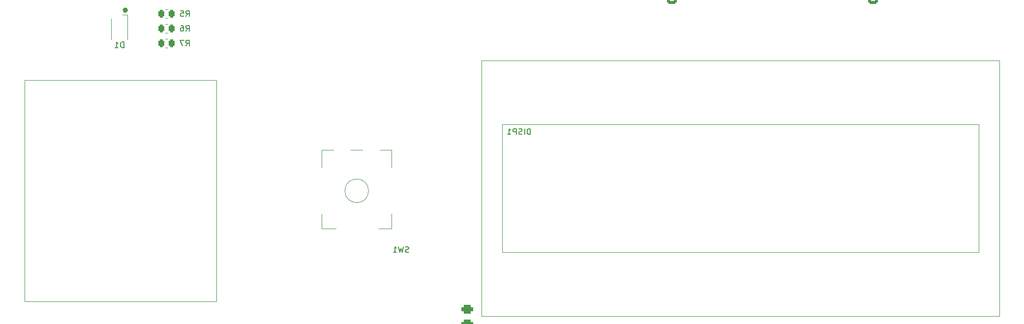
<source format=gbo>
G04 #@! TF.GenerationSoftware,KiCad,Pcbnew,8.0.8*
G04 #@! TF.CreationDate,2025-01-19T09:56:13-08:00*
G04 #@! TF.ProjectId,Control,436f6e74-726f-46c2-9e6b-696361645f70,2.1*
G04 #@! TF.SameCoordinates,Original*
G04 #@! TF.FileFunction,Legend,Bot*
G04 #@! TF.FilePolarity,Positive*
%FSLAX46Y46*%
G04 Gerber Fmt 4.6, Leading zero omitted, Abs format (unit mm)*
G04 Created by KiCad (PCBNEW 8.0.8) date 2025-01-19 09:56:13*
%MOMM*%
%LPD*%
G01*
G04 APERTURE LIST*
G04 Aperture macros list*
%AMRoundRect*
0 Rectangle with rounded corners*
0 $1 Rounding radius*
0 $2 $3 $4 $5 $6 $7 $8 $9 X,Y pos of 4 corners*
0 Add a 4 corners polygon primitive as box body*
4,1,4,$2,$3,$4,$5,$6,$7,$8,$9,$2,$3,0*
0 Add four circle primitives for the rounded corners*
1,1,$1+$1,$2,$3*
1,1,$1+$1,$4,$5*
1,1,$1+$1,$6,$7*
1,1,$1+$1,$8,$9*
0 Add four rect primitives between the rounded corners*
20,1,$1+$1,$2,$3,$4,$5,0*
20,1,$1+$1,$4,$5,$6,$7,0*
20,1,$1+$1,$6,$7,$8,$9,0*
20,1,$1+$1,$8,$9,$2,$3,0*%
G04 Aperture macros list end*
%ADD10C,0.120000*%
%ADD11C,0.500000*%
%ADD12C,0.150000*%
%ADD13RoundRect,0.250000X-0.600000X0.600000X-0.600000X-0.600000X0.600000X-0.600000X0.600000X0.600000X0*%
%ADD14C,1.700000*%
%ADD15R,1.700000X1.700000*%
%ADD16O,1.700000X1.700000*%
%ADD17RoundRect,0.375000X-0.625000X0.375000X-0.625000X-0.375000X0.625000X-0.375000X0.625000X0.375000X0*%
%ADD18C,4.000000*%
%ADD19C,0.800000*%
%ADD20C,6.000000*%
%ADD21RoundRect,0.250000X-0.262500X-0.450000X0.262500X-0.450000X0.262500X0.450000X-0.262500X0.450000X0*%
%ADD22O,4.000000X7.000000*%
%ADD23C,3.000000*%
%ADD24C,2.000000*%
%ADD25R,2.000000X2.000000*%
%ADD26R,0.500000X0.850000*%
G04 APERTURE END LIST*
D10*
X92710000Y-82550000D02*
X59690000Y-82550000D01*
X59690000Y-82550000D02*
X59690000Y-120650000D01*
D11*
X77200000Y-70500000D02*
G75*
G02*
X76800000Y-70500000I-200000J0D01*
G01*
X76800000Y-70500000D02*
G75*
G02*
X77200000Y-70500000I200000J0D01*
G01*
D10*
X92710000Y-120650000D02*
X92710000Y-82550000D01*
X59690000Y-120650000D02*
X92710000Y-120650000D01*
D12*
X87415666Y-71574819D02*
X87748999Y-71098628D01*
X87987094Y-71574819D02*
X87987094Y-70574819D01*
X87987094Y-70574819D02*
X87606142Y-70574819D01*
X87606142Y-70574819D02*
X87510904Y-70622438D01*
X87510904Y-70622438D02*
X87463285Y-70670057D01*
X87463285Y-70670057D02*
X87415666Y-70765295D01*
X87415666Y-70765295D02*
X87415666Y-70908152D01*
X87415666Y-70908152D02*
X87463285Y-71003390D01*
X87463285Y-71003390D02*
X87510904Y-71051009D01*
X87510904Y-71051009D02*
X87606142Y-71098628D01*
X87606142Y-71098628D02*
X87987094Y-71098628D01*
X86510904Y-70574819D02*
X86987094Y-70574819D01*
X86987094Y-70574819D02*
X87034713Y-71051009D01*
X87034713Y-71051009D02*
X86987094Y-71003390D01*
X86987094Y-71003390D02*
X86891856Y-70955771D01*
X86891856Y-70955771D02*
X86653761Y-70955771D01*
X86653761Y-70955771D02*
X86558523Y-71003390D01*
X86558523Y-71003390D02*
X86510904Y-71051009D01*
X86510904Y-71051009D02*
X86463285Y-71146247D01*
X86463285Y-71146247D02*
X86463285Y-71384342D01*
X86463285Y-71384342D02*
X86510904Y-71479580D01*
X86510904Y-71479580D02*
X86558523Y-71527200D01*
X86558523Y-71527200D02*
X86653761Y-71574819D01*
X86653761Y-71574819D02*
X86891856Y-71574819D01*
X86891856Y-71574819D02*
X86987094Y-71527200D01*
X86987094Y-71527200D02*
X87034713Y-71479580D01*
X87415666Y-74114819D02*
X87748999Y-73638628D01*
X87987094Y-74114819D02*
X87987094Y-73114819D01*
X87987094Y-73114819D02*
X87606142Y-73114819D01*
X87606142Y-73114819D02*
X87510904Y-73162438D01*
X87510904Y-73162438D02*
X87463285Y-73210057D01*
X87463285Y-73210057D02*
X87415666Y-73305295D01*
X87415666Y-73305295D02*
X87415666Y-73448152D01*
X87415666Y-73448152D02*
X87463285Y-73543390D01*
X87463285Y-73543390D02*
X87510904Y-73591009D01*
X87510904Y-73591009D02*
X87606142Y-73638628D01*
X87606142Y-73638628D02*
X87987094Y-73638628D01*
X86558523Y-73114819D02*
X86748999Y-73114819D01*
X86748999Y-73114819D02*
X86844237Y-73162438D01*
X86844237Y-73162438D02*
X86891856Y-73210057D01*
X86891856Y-73210057D02*
X86987094Y-73352914D01*
X86987094Y-73352914D02*
X87034713Y-73543390D01*
X87034713Y-73543390D02*
X87034713Y-73924342D01*
X87034713Y-73924342D02*
X86987094Y-74019580D01*
X86987094Y-74019580D02*
X86939475Y-74067200D01*
X86939475Y-74067200D02*
X86844237Y-74114819D01*
X86844237Y-74114819D02*
X86653761Y-74114819D01*
X86653761Y-74114819D02*
X86558523Y-74067200D01*
X86558523Y-74067200D02*
X86510904Y-74019580D01*
X86510904Y-74019580D02*
X86463285Y-73924342D01*
X86463285Y-73924342D02*
X86463285Y-73686247D01*
X86463285Y-73686247D02*
X86510904Y-73591009D01*
X86510904Y-73591009D02*
X86558523Y-73543390D01*
X86558523Y-73543390D02*
X86653761Y-73495771D01*
X86653761Y-73495771D02*
X86844237Y-73495771D01*
X86844237Y-73495771D02*
X86939475Y-73543390D01*
X86939475Y-73543390D02*
X86987094Y-73591009D01*
X86987094Y-73591009D02*
X87034713Y-73686247D01*
X87415666Y-76654819D02*
X87748999Y-76178628D01*
X87987094Y-76654819D02*
X87987094Y-75654819D01*
X87987094Y-75654819D02*
X87606142Y-75654819D01*
X87606142Y-75654819D02*
X87510904Y-75702438D01*
X87510904Y-75702438D02*
X87463285Y-75750057D01*
X87463285Y-75750057D02*
X87415666Y-75845295D01*
X87415666Y-75845295D02*
X87415666Y-75988152D01*
X87415666Y-75988152D02*
X87463285Y-76083390D01*
X87463285Y-76083390D02*
X87510904Y-76131009D01*
X87510904Y-76131009D02*
X87606142Y-76178628D01*
X87606142Y-76178628D02*
X87987094Y-76178628D01*
X87082332Y-75654819D02*
X86415666Y-75654819D01*
X86415666Y-75654819D02*
X86844237Y-76654819D01*
X125793332Y-112167200D02*
X125650475Y-112214819D01*
X125650475Y-112214819D02*
X125412380Y-112214819D01*
X125412380Y-112214819D02*
X125317142Y-112167200D01*
X125317142Y-112167200D02*
X125269523Y-112119580D01*
X125269523Y-112119580D02*
X125221904Y-112024342D01*
X125221904Y-112024342D02*
X125221904Y-111929104D01*
X125221904Y-111929104D02*
X125269523Y-111833866D01*
X125269523Y-111833866D02*
X125317142Y-111786247D01*
X125317142Y-111786247D02*
X125412380Y-111738628D01*
X125412380Y-111738628D02*
X125602856Y-111691009D01*
X125602856Y-111691009D02*
X125698094Y-111643390D01*
X125698094Y-111643390D02*
X125745713Y-111595771D01*
X125745713Y-111595771D02*
X125793332Y-111500533D01*
X125793332Y-111500533D02*
X125793332Y-111405295D01*
X125793332Y-111405295D02*
X125745713Y-111310057D01*
X125745713Y-111310057D02*
X125698094Y-111262438D01*
X125698094Y-111262438D02*
X125602856Y-111214819D01*
X125602856Y-111214819D02*
X125364761Y-111214819D01*
X125364761Y-111214819D02*
X125221904Y-111262438D01*
X124888570Y-111214819D02*
X124650475Y-112214819D01*
X124650475Y-112214819D02*
X124459999Y-111500533D01*
X124459999Y-111500533D02*
X124269523Y-112214819D01*
X124269523Y-112214819D02*
X124031428Y-111214819D01*
X123126666Y-112214819D02*
X123698094Y-112214819D01*
X123412380Y-112214819D02*
X123412380Y-111214819D01*
X123412380Y-111214819D02*
X123507618Y-111357676D01*
X123507618Y-111357676D02*
X123602856Y-111452914D01*
X123602856Y-111452914D02*
X123698094Y-111500533D01*
X146732380Y-91894819D02*
X146732380Y-90894819D01*
X146732380Y-90894819D02*
X146494285Y-90894819D01*
X146494285Y-90894819D02*
X146351428Y-90942438D01*
X146351428Y-90942438D02*
X146256190Y-91037676D01*
X146256190Y-91037676D02*
X146208571Y-91132914D01*
X146208571Y-91132914D02*
X146160952Y-91323390D01*
X146160952Y-91323390D02*
X146160952Y-91466247D01*
X146160952Y-91466247D02*
X146208571Y-91656723D01*
X146208571Y-91656723D02*
X146256190Y-91751961D01*
X146256190Y-91751961D02*
X146351428Y-91847200D01*
X146351428Y-91847200D02*
X146494285Y-91894819D01*
X146494285Y-91894819D02*
X146732380Y-91894819D01*
X145732380Y-91894819D02*
X145732380Y-90894819D01*
X145303809Y-91847200D02*
X145160952Y-91894819D01*
X145160952Y-91894819D02*
X144922857Y-91894819D01*
X144922857Y-91894819D02*
X144827619Y-91847200D01*
X144827619Y-91847200D02*
X144780000Y-91799580D01*
X144780000Y-91799580D02*
X144732381Y-91704342D01*
X144732381Y-91704342D02*
X144732381Y-91609104D01*
X144732381Y-91609104D02*
X144780000Y-91513866D01*
X144780000Y-91513866D02*
X144827619Y-91466247D01*
X144827619Y-91466247D02*
X144922857Y-91418628D01*
X144922857Y-91418628D02*
X145113333Y-91371009D01*
X145113333Y-91371009D02*
X145208571Y-91323390D01*
X145208571Y-91323390D02*
X145256190Y-91275771D01*
X145256190Y-91275771D02*
X145303809Y-91180533D01*
X145303809Y-91180533D02*
X145303809Y-91085295D01*
X145303809Y-91085295D02*
X145256190Y-90990057D01*
X145256190Y-90990057D02*
X145208571Y-90942438D01*
X145208571Y-90942438D02*
X145113333Y-90894819D01*
X145113333Y-90894819D02*
X144875238Y-90894819D01*
X144875238Y-90894819D02*
X144732381Y-90942438D01*
X144303809Y-91894819D02*
X144303809Y-90894819D01*
X144303809Y-90894819D02*
X143922857Y-90894819D01*
X143922857Y-90894819D02*
X143827619Y-90942438D01*
X143827619Y-90942438D02*
X143780000Y-90990057D01*
X143780000Y-90990057D02*
X143732381Y-91085295D01*
X143732381Y-91085295D02*
X143732381Y-91228152D01*
X143732381Y-91228152D02*
X143780000Y-91323390D01*
X143780000Y-91323390D02*
X143827619Y-91371009D01*
X143827619Y-91371009D02*
X143922857Y-91418628D01*
X143922857Y-91418628D02*
X144303809Y-91418628D01*
X142780000Y-91894819D02*
X143351428Y-91894819D01*
X143065714Y-91894819D02*
X143065714Y-90894819D01*
X143065714Y-90894819D02*
X143160952Y-91037676D01*
X143160952Y-91037676D02*
X143256190Y-91132914D01*
X143256190Y-91132914D02*
X143351428Y-91180533D01*
X76738094Y-76954819D02*
X76738094Y-75954819D01*
X76738094Y-75954819D02*
X76499999Y-75954819D01*
X76499999Y-75954819D02*
X76357142Y-76002438D01*
X76357142Y-76002438D02*
X76261904Y-76097676D01*
X76261904Y-76097676D02*
X76214285Y-76192914D01*
X76214285Y-76192914D02*
X76166666Y-76383390D01*
X76166666Y-76383390D02*
X76166666Y-76526247D01*
X76166666Y-76526247D02*
X76214285Y-76716723D01*
X76214285Y-76716723D02*
X76261904Y-76811961D01*
X76261904Y-76811961D02*
X76357142Y-76907200D01*
X76357142Y-76907200D02*
X76499999Y-76954819D01*
X76499999Y-76954819D02*
X76738094Y-76954819D01*
X75214285Y-76954819D02*
X75785713Y-76954819D01*
X75499999Y-76954819D02*
X75499999Y-75954819D01*
X75499999Y-75954819D02*
X75595237Y-76097676D01*
X75595237Y-76097676D02*
X75690475Y-76192914D01*
X75690475Y-76192914D02*
X75785713Y-76240533D01*
D10*
G04 #@! TO.C,R5*
X84301064Y-70385000D02*
X83846936Y-70385000D01*
X84301064Y-71855000D02*
X83846936Y-71855000D01*
G04 #@! TO.C,R6*
X84301064Y-72925000D02*
X83846936Y-72925000D01*
X84301064Y-74395000D02*
X83846936Y-74395000D01*
G04 #@! TO.C,R7*
X84301064Y-75465000D02*
X83846936Y-75465000D01*
X84301064Y-76935000D02*
X83846936Y-76935000D01*
G04 #@! TO.C,SW1*
X110840000Y-94600000D02*
X110840000Y-97600000D01*
X110840000Y-94600000D02*
X112840000Y-94600000D01*
X110840000Y-108100000D02*
X110840000Y-105600000D01*
X113284000Y-108100000D02*
X110840000Y-108100000D01*
X115840000Y-94600000D02*
X117840000Y-94600000D01*
X120650000Y-108100000D02*
X122840000Y-108100000D01*
X122840000Y-94600000D02*
X120840000Y-94600000D01*
X122840000Y-97600000D02*
X122840000Y-94600000D01*
X122840000Y-105600000D02*
X122840000Y-108100000D01*
X118872000Y-101600000D02*
G75*
G02*
X114808000Y-101600000I-2032000J0D01*
G01*
X114808000Y-101600000D02*
G75*
G02*
X118872000Y-101600000I2032000J0D01*
G01*
G04 #@! TO.C,DISP1*
X138280000Y-79150000D02*
X138280000Y-123150000D01*
X141880000Y-90150000D02*
X141880000Y-112150000D01*
X223880000Y-90150000D02*
X141880000Y-90150000D01*
X223880000Y-90150000D02*
X223880000Y-112150000D01*
X223880000Y-112150000D02*
X141880000Y-112150000D01*
X227480000Y-79150000D02*
X138280000Y-79150000D01*
X227480000Y-79150000D02*
X227480000Y-123150000D01*
X227480000Y-123150000D02*
X138280000Y-123150000D01*
G04 #@! TO.C,D1*
X74600000Y-72000000D02*
X74600000Y-75500000D01*
X77400000Y-71300000D02*
X76500000Y-71300000D01*
X77400000Y-71300000D02*
X77400000Y-75500000D01*
G04 #@! TD*
%LPC*%
D13*
G04 #@! TO.C,MCU1*
X205740000Y-68580000D03*
D14*
X205740000Y-71120000D03*
X203200000Y-68580000D03*
X203200000Y-71120000D03*
X200660000Y-68580000D03*
X200660000Y-71120000D03*
X198120000Y-68580000D03*
X198120000Y-71120000D03*
X195580000Y-68580000D03*
X195580000Y-71120000D03*
X193040000Y-68580000D03*
X193040000Y-71120000D03*
X190500000Y-68580000D03*
X190500000Y-71120000D03*
G04 #@! TD*
D15*
G04 #@! TO.C,SW2*
X229870000Y-99060000D03*
D16*
X229870000Y-101600000D03*
G04 #@! TD*
D17*
G04 #@! TO.C,USB1*
X135844000Y-122013000D03*
X135844000Y-124513000D03*
X135844000Y-126513000D03*
X135844000Y-129013000D03*
D18*
X133134000Y-118943000D03*
X133134000Y-132083000D03*
G04 #@! TD*
D19*
G04 #@! TO.C,H1*
X57440000Y-68580000D03*
X58099010Y-66989010D03*
X58099010Y-70170990D03*
X59690000Y-66330000D03*
D20*
X59690000Y-68580000D03*
D19*
X59690000Y-70830000D03*
X61280990Y-66989010D03*
X61280990Y-70170990D03*
X61940000Y-68580000D03*
G04 #@! TD*
G04 #@! TO.C,H2*
X226350000Y-68580000D03*
X227009010Y-66989010D03*
X227009010Y-70170990D03*
X228600000Y-66330000D03*
D20*
X228600000Y-68580000D03*
D19*
X228600000Y-70830000D03*
X230190990Y-66989010D03*
X230190990Y-70170990D03*
X230850000Y-68580000D03*
G04 #@! TD*
G04 #@! TO.C,H3*
X57440000Y-130810000D03*
X58099010Y-129219010D03*
X58099010Y-132400990D03*
X59690000Y-128560000D03*
D20*
X59690000Y-130810000D03*
D19*
X59690000Y-133060000D03*
X61280990Y-129219010D03*
X61280990Y-132400990D03*
X61940000Y-130810000D03*
G04 #@! TD*
G04 #@! TO.C,H4*
X226350000Y-129540000D03*
X227009010Y-127949010D03*
X227009010Y-131130990D03*
X228600000Y-127290000D03*
D20*
X228600000Y-129540000D03*
D19*
X228600000Y-131790000D03*
X230190990Y-127949010D03*
X230190990Y-131130990D03*
X230850000Y-129540000D03*
G04 #@! TD*
D15*
G04 #@! TO.C,SW3*
X101532000Y-96554000D03*
D16*
X101532000Y-99094000D03*
X101532000Y-101634000D03*
X101532000Y-104174000D03*
X101532000Y-106714000D03*
X101532000Y-109254000D03*
G04 #@! TD*
D13*
G04 #@! TO.C,ISP1*
X171045000Y-68580000D03*
D14*
X171045000Y-71120000D03*
X168505000Y-68580000D03*
X168505000Y-71120000D03*
X165965000Y-68580000D03*
X165965000Y-71120000D03*
G04 #@! TD*
D21*
G04 #@! TO.C,R5*
X83161500Y-71120000D03*
X84986500Y-71120000D03*
G04 #@! TD*
G04 #@! TO.C,R6*
X83161500Y-73660000D03*
X84986500Y-73660000D03*
G04 #@! TD*
G04 #@! TO.C,R7*
X83161500Y-76200000D03*
X84986500Y-76200000D03*
G04 #@! TD*
D22*
G04 #@! TO.C,SW1*
X121390000Y-101600000D03*
D23*
X116840000Y-101600000D03*
D22*
X112290000Y-101600000D03*
D24*
X119340000Y-109100000D03*
X114340000Y-109100000D03*
X116840000Y-109100000D03*
X119340000Y-94600000D03*
X114340000Y-94600000D03*
G04 #@! TD*
D25*
G04 #@! TO.C,DISP1*
X207010000Y-120650000D03*
D24*
X204470000Y-120650000D03*
X201930000Y-120650000D03*
X199390000Y-120650000D03*
X196850000Y-120650000D03*
X194310000Y-120650000D03*
X191770000Y-120650000D03*
X189230000Y-120650000D03*
X186690000Y-120650000D03*
X184150000Y-120650000D03*
X181610000Y-120650000D03*
X179070000Y-120650000D03*
X176530000Y-120650000D03*
X173990000Y-120650000D03*
X171450000Y-120650000D03*
X168910000Y-120650000D03*
X166370000Y-120650000D03*
X163830000Y-120650000D03*
X161290000Y-120650000D03*
X158750000Y-120650000D03*
G04 #@! TD*
D26*
G04 #@! TO.C,D1*
X76500000Y-72625000D03*
X76500000Y-74375000D03*
X75500000Y-74375000D03*
X75500000Y-72625000D03*
G04 #@! TD*
%LPD*%
M02*

</source>
